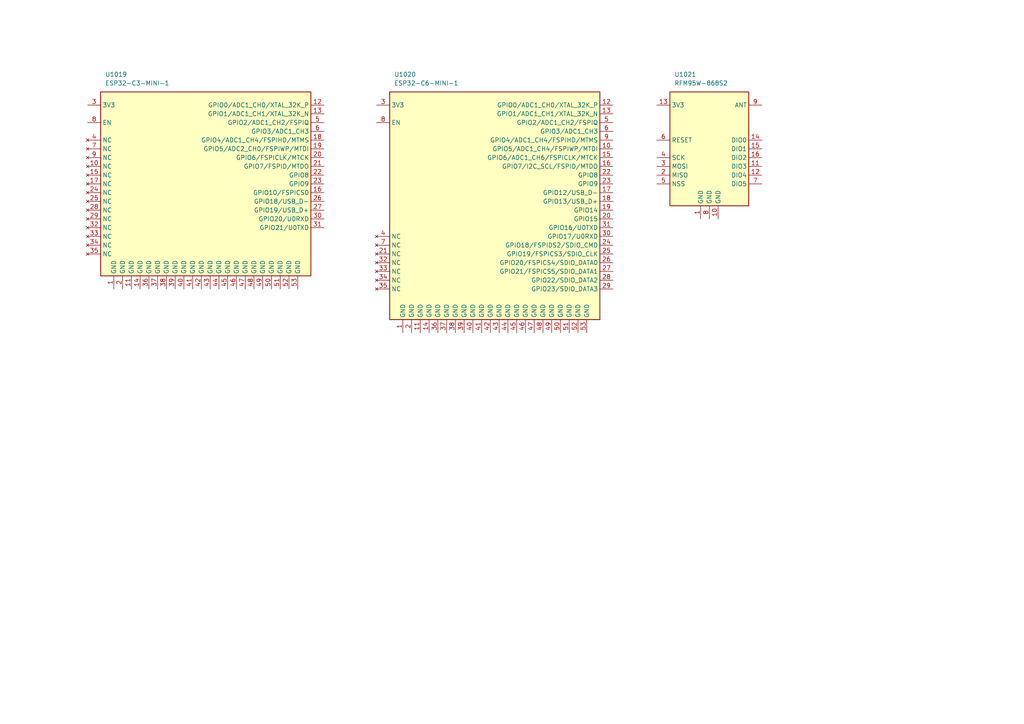
<source format=kicad_sch>
(kicad_sch
	(version 20250114)
	(generator "eeschema")
	(generator_version "9.0")
	(uuid "ca463dc7-6f06-4266-84e3-f0a91587dee8")
	(paper "A4")
	(title_block
		(title "Integrated circuits")
		(date "2026-01-10")
		(rev "1")
		(comment 1 "-")
		(comment 2 "-")
	)
	(lib_symbols
		(symbol "lily_symbols:ic_module_ESP32-C3-MINI-1"
			(exclude_from_sim no)
			(in_bom yes)
			(on_board yes)
			(property "Reference" "U"
				(at 5.08 8.89 0)
				(effects
					(font
						(size 1.27 1.27)
					)
					(justify left)
				)
			)
			(property "Value" "ESP32-C3-MINI-1"
				(at 5.08 6.35 0)
				(effects
					(font
						(size 1.27 1.27)
					)
					(justify left)
				)
			)
			(property "Footprint" "lily_footprints:esp32_c3_mini_1"
				(at 33.02 -71.12 0)
				(effects
					(font
						(size 1.27 1.27)
					)
					(hide yes)
				)
			)
			(property "Datasheet" "https://lilytronics.github.io/lily_kicad_lib/datasheets/espressif/ESP32-C3-MINI-1.pdf"
				(at 33.02 -83.82 0)
				(effects
					(font
						(size 1.27 1.27)
					)
					(hide yes)
				)
			)
			(property "Description" ""
				(at 0 0 0)
				(effects
					(font
						(size 1.27 1.27)
					)
					(hide yes)
				)
			)
			(property "Revision" "1"
				(at 33.02 -66.04 0)
				(effects
					(font
						(size 1.27 1.27)
					)
					(hide yes)
				)
			)
			(property "Status" "Active"
				(at 33.02 -68.58 0)
				(effects
					(font
						(size 1.27 1.27)
					)
					(hide yes)
				)
			)
			(property "Manufacturer" "Espressif"
				(at 33.02 -73.66 0)
				(effects
					(font
						(size 1.27 1.27)
					)
					(hide yes)
				)
			)
			(property "Manufacturer_ID" "ESP32-C3-MINI-1-N4X"
				(at 33.02 -76.2 0)
				(effects
					(font
						(size 1.27 1.27)
					)
					(hide yes)
				)
			)
			(property "Lily_ID" "NO_ID"
				(at 33.02 -78.74 0)
				(effects
					(font
						(size 1.27 1.27)
					)
					(hide yes)
				)
			)
			(property "JLCPCB_ID" "C2838502"
				(at 33.02 -81.28 0)
				(effects
					(font
						(size 1.27 1.27)
					)
					(hide yes)
				)
			)
			(symbol "ic_module_ESP32-C3-MINI-1_0_1"
				(rectangle
					(start 3.81 3.81)
					(end 64.77 -49.53)
					(stroke
						(width 0.254)
						(type default)
					)
					(fill
						(type background)
					)
				)
			)
			(symbol "ic_module_ESP32-C3-MINI-1_1_1"
				(pin power_in line
					(at 0 0 0)
					(length 3.81)
					(name "3V3"
						(effects
							(font
								(size 1.27 1.27)
							)
						)
					)
					(number "3"
						(effects
							(font
								(size 1.27 1.27)
							)
						)
					)
				)
				(pin input line
					(at 0 -5.08 0)
					(length 3.81)
					(name "EN"
						(effects
							(font
								(size 1.27 1.27)
							)
						)
					)
					(number "8"
						(effects
							(font
								(size 1.27 1.27)
							)
						)
					)
				)
				(pin no_connect line
					(at 0 -10.16 0)
					(length 3.81)
					(name "NC"
						(effects
							(font
								(size 1.27 1.27)
							)
						)
					)
					(number "4"
						(effects
							(font
								(size 1.27 1.27)
							)
						)
					)
				)
				(pin no_connect line
					(at 0 -12.7 0)
					(length 3.81)
					(name "NC"
						(effects
							(font
								(size 1.27 1.27)
							)
						)
					)
					(number "7"
						(effects
							(font
								(size 1.27 1.27)
							)
						)
					)
				)
				(pin no_connect line
					(at 0 -15.24 0)
					(length 3.81)
					(name "NC"
						(effects
							(font
								(size 1.27 1.27)
							)
						)
					)
					(number "9"
						(effects
							(font
								(size 1.27 1.27)
							)
						)
					)
				)
				(pin no_connect line
					(at 0 -17.78 0)
					(length 3.81)
					(name "NC"
						(effects
							(font
								(size 1.27 1.27)
							)
						)
					)
					(number "10"
						(effects
							(font
								(size 1.27 1.27)
							)
						)
					)
				)
				(pin no_connect line
					(at 0 -20.32 0)
					(length 3.81)
					(name "NC"
						(effects
							(font
								(size 1.27 1.27)
							)
						)
					)
					(number "15"
						(effects
							(font
								(size 1.27 1.27)
							)
						)
					)
				)
				(pin no_connect line
					(at 0 -22.86 0)
					(length 3.81)
					(name "NC"
						(effects
							(font
								(size 1.27 1.27)
							)
						)
					)
					(number "17"
						(effects
							(font
								(size 1.27 1.27)
							)
						)
					)
				)
				(pin no_connect line
					(at 0 -25.4 0)
					(length 3.81)
					(name "NC"
						(effects
							(font
								(size 1.27 1.27)
							)
						)
					)
					(number "24"
						(effects
							(font
								(size 1.27 1.27)
							)
						)
					)
				)
				(pin no_connect line
					(at 0 -27.94 0)
					(length 3.81)
					(name "NC"
						(effects
							(font
								(size 1.27 1.27)
							)
						)
					)
					(number "25"
						(effects
							(font
								(size 1.27 1.27)
							)
						)
					)
				)
				(pin no_connect line
					(at 0 -30.48 0)
					(length 3.81)
					(name "NC"
						(effects
							(font
								(size 1.27 1.27)
							)
						)
					)
					(number "28"
						(effects
							(font
								(size 1.27 1.27)
							)
						)
					)
				)
				(pin no_connect line
					(at 0 -33.02 0)
					(length 3.81)
					(name "NC"
						(effects
							(font
								(size 1.27 1.27)
							)
						)
					)
					(number "29"
						(effects
							(font
								(size 1.27 1.27)
							)
						)
					)
				)
				(pin no_connect line
					(at 0 -35.56 0)
					(length 3.81)
					(name "NC"
						(effects
							(font
								(size 1.27 1.27)
							)
						)
					)
					(number "32"
						(effects
							(font
								(size 1.27 1.27)
							)
						)
					)
				)
				(pin no_connect line
					(at 0 -38.1 0)
					(length 3.81)
					(name "NC"
						(effects
							(font
								(size 1.27 1.27)
							)
						)
					)
					(number "33"
						(effects
							(font
								(size 1.27 1.27)
							)
						)
					)
				)
				(pin no_connect line
					(at 0 -40.64 0)
					(length 3.81)
					(name "NC"
						(effects
							(font
								(size 1.27 1.27)
							)
						)
					)
					(number "34"
						(effects
							(font
								(size 1.27 1.27)
							)
						)
					)
				)
				(pin no_connect line
					(at 0 -43.18 0)
					(length 3.81)
					(name "NC"
						(effects
							(font
								(size 1.27 1.27)
							)
						)
					)
					(number "35"
						(effects
							(font
								(size 1.27 1.27)
							)
						)
					)
				)
				(pin power_in line
					(at 7.62 -53.34 90)
					(length 3.81)
					(name "GND"
						(effects
							(font
								(size 1.27 1.27)
							)
						)
					)
					(number "1"
						(effects
							(font
								(size 1.27 1.27)
							)
						)
					)
				)
				(pin power_in line
					(at 10.16 -53.34 90)
					(length 3.81)
					(name "GND"
						(effects
							(font
								(size 1.27 1.27)
							)
						)
					)
					(number "2"
						(effects
							(font
								(size 1.27 1.27)
							)
						)
					)
				)
				(pin power_in line
					(at 12.7 -53.34 90)
					(length 3.81)
					(name "GND"
						(effects
							(font
								(size 1.27 1.27)
							)
						)
					)
					(number "11"
						(effects
							(font
								(size 1.27 1.27)
							)
						)
					)
				)
				(pin power_in line
					(at 15.24 -53.34 90)
					(length 3.81)
					(name "GND"
						(effects
							(font
								(size 1.27 1.27)
							)
						)
					)
					(number "14"
						(effects
							(font
								(size 1.27 1.27)
							)
						)
					)
				)
				(pin power_in line
					(at 17.78 -53.34 90)
					(length 3.81)
					(name "GND"
						(effects
							(font
								(size 1.27 1.27)
							)
						)
					)
					(number "36"
						(effects
							(font
								(size 1.27 1.27)
							)
						)
					)
				)
				(pin power_in line
					(at 20.32 -53.34 90)
					(length 3.81)
					(name "GND"
						(effects
							(font
								(size 1.27 1.27)
							)
						)
					)
					(number "37"
						(effects
							(font
								(size 1.27 1.27)
							)
						)
					)
				)
				(pin power_in line
					(at 22.86 -53.34 90)
					(length 3.81)
					(name "GND"
						(effects
							(font
								(size 1.27 1.27)
							)
						)
					)
					(number "38"
						(effects
							(font
								(size 1.27 1.27)
							)
						)
					)
				)
				(pin power_in line
					(at 25.4 -53.34 90)
					(length 3.81)
					(name "GND"
						(effects
							(font
								(size 1.27 1.27)
							)
						)
					)
					(number "39"
						(effects
							(font
								(size 1.27 1.27)
							)
						)
					)
				)
				(pin power_in line
					(at 27.94 -53.34 90)
					(length 3.81)
					(name "GND"
						(effects
							(font
								(size 1.27 1.27)
							)
						)
					)
					(number "40"
						(effects
							(font
								(size 1.27 1.27)
							)
						)
					)
				)
				(pin power_in line
					(at 30.48 -53.34 90)
					(length 3.81)
					(name "GND"
						(effects
							(font
								(size 1.27 1.27)
							)
						)
					)
					(number "41"
						(effects
							(font
								(size 1.27 1.27)
							)
						)
					)
				)
				(pin power_in line
					(at 33.02 -53.34 90)
					(length 3.81)
					(name "GND"
						(effects
							(font
								(size 1.27 1.27)
							)
						)
					)
					(number "42"
						(effects
							(font
								(size 1.27 1.27)
							)
						)
					)
				)
				(pin power_in line
					(at 35.56 -53.34 90)
					(length 3.81)
					(name "GND"
						(effects
							(font
								(size 1.27 1.27)
							)
						)
					)
					(number "43"
						(effects
							(font
								(size 1.27 1.27)
							)
						)
					)
				)
				(pin power_in line
					(at 38.1 -53.34 90)
					(length 3.81)
					(name "GND"
						(effects
							(font
								(size 1.27 1.27)
							)
						)
					)
					(number "44"
						(effects
							(font
								(size 1.27 1.27)
							)
						)
					)
				)
				(pin power_in line
					(at 40.64 -53.34 90)
					(length 3.81)
					(name "GND"
						(effects
							(font
								(size 1.27 1.27)
							)
						)
					)
					(number "45"
						(effects
							(font
								(size 1.27 1.27)
							)
						)
					)
				)
				(pin power_in line
					(at 43.18 -53.34 90)
					(length 3.81)
					(name "GND"
						(effects
							(font
								(size 1.27 1.27)
							)
						)
					)
					(number "46"
						(effects
							(font
								(size 1.27 1.27)
							)
						)
					)
				)
				(pin power_in line
					(at 45.72 -53.34 90)
					(length 3.81)
					(name "GND"
						(effects
							(font
								(size 1.27 1.27)
							)
						)
					)
					(number "47"
						(effects
							(font
								(size 1.27 1.27)
							)
						)
					)
				)
				(pin power_in line
					(at 48.26 -53.34 90)
					(length 3.81)
					(name "GND"
						(effects
							(font
								(size 1.27 1.27)
							)
						)
					)
					(number "48"
						(effects
							(font
								(size 1.27 1.27)
							)
						)
					)
				)
				(pin power_in line
					(at 50.8 -53.34 90)
					(length 3.81)
					(name "GND"
						(effects
							(font
								(size 1.27 1.27)
							)
						)
					)
					(number "49"
						(effects
							(font
								(size 1.27 1.27)
							)
						)
					)
				)
				(pin power_in line
					(at 53.34 -53.34 90)
					(length 3.81)
					(name "GND"
						(effects
							(font
								(size 1.27 1.27)
							)
						)
					)
					(number "50"
						(effects
							(font
								(size 1.27 1.27)
							)
						)
					)
				)
				(pin power_in line
					(at 55.88 -53.34 90)
					(length 3.81)
					(name "GND"
						(effects
							(font
								(size 1.27 1.27)
							)
						)
					)
					(number "51"
						(effects
							(font
								(size 1.27 1.27)
							)
						)
					)
				)
				(pin power_in line
					(at 58.42 -53.34 90)
					(length 3.81)
					(name "GND"
						(effects
							(font
								(size 1.27 1.27)
							)
						)
					)
					(number "52"
						(effects
							(font
								(size 1.27 1.27)
							)
						)
					)
				)
				(pin power_in line
					(at 60.96 -53.34 90)
					(length 3.81)
					(name "GND"
						(effects
							(font
								(size 1.27 1.27)
							)
						)
					)
					(number "53"
						(effects
							(font
								(size 1.27 1.27)
							)
						)
					)
				)
				(pin bidirectional line
					(at 68.58 0 180)
					(length 3.81)
					(name "GPIO0/ADC1_CH0/XTAL_32K_P"
						(effects
							(font
								(size 1.27 1.27)
							)
						)
					)
					(number "12"
						(effects
							(font
								(size 1.27 1.27)
							)
						)
					)
				)
				(pin bidirectional line
					(at 68.58 -2.54 180)
					(length 3.81)
					(name "GPIO1/ADC1_CH1/XTAL_32K_N"
						(effects
							(font
								(size 1.27 1.27)
							)
						)
					)
					(number "13"
						(effects
							(font
								(size 1.27 1.27)
							)
						)
					)
				)
				(pin bidirectional line
					(at 68.58 -5.08 180)
					(length 3.81)
					(name "GPIO2/ADC1_CH2/FSPIQ"
						(effects
							(font
								(size 1.27 1.27)
							)
						)
					)
					(number "5"
						(effects
							(font
								(size 1.27 1.27)
							)
						)
					)
				)
				(pin bidirectional line
					(at 68.58 -7.62 180)
					(length 3.81)
					(name "GPIO3/ADC1_CH3"
						(effects
							(font
								(size 1.27 1.27)
							)
						)
					)
					(number "6"
						(effects
							(font
								(size 1.27 1.27)
							)
						)
					)
				)
				(pin bidirectional line
					(at 68.58 -10.16 180)
					(length 3.81)
					(name "GPIO4/ADC1_CH4/FSPIHD/MTMS"
						(effects
							(font
								(size 1.27 1.27)
							)
						)
					)
					(number "18"
						(effects
							(font
								(size 1.27 1.27)
							)
						)
					)
				)
				(pin bidirectional line
					(at 68.58 -12.7 180)
					(length 3.81)
					(name "GPIO5/ADC2_CH0/FSPIWP/MTDI"
						(effects
							(font
								(size 1.27 1.27)
							)
						)
					)
					(number "19"
						(effects
							(font
								(size 1.27 1.27)
							)
						)
					)
				)
				(pin bidirectional line
					(at 68.58 -15.24 180)
					(length 3.81)
					(name "GPIO6/FSPICLK/MTCK"
						(effects
							(font
								(size 1.27 1.27)
							)
						)
					)
					(number "20"
						(effects
							(font
								(size 1.27 1.27)
							)
						)
					)
				)
				(pin bidirectional line
					(at 68.58 -17.78 180)
					(length 3.81)
					(name "GPIO7/FSPID/MTDO"
						(effects
							(font
								(size 1.27 1.27)
							)
						)
					)
					(number "21"
						(effects
							(font
								(size 1.27 1.27)
							)
						)
					)
				)
				(pin bidirectional line
					(at 68.58 -20.32 180)
					(length 3.81)
					(name "GPIO8"
						(effects
							(font
								(size 1.27 1.27)
							)
						)
					)
					(number "22"
						(effects
							(font
								(size 1.27 1.27)
							)
						)
					)
				)
				(pin bidirectional line
					(at 68.58 -22.86 180)
					(length 3.81)
					(name "GPIO9"
						(effects
							(font
								(size 1.27 1.27)
							)
						)
					)
					(number "23"
						(effects
							(font
								(size 1.27 1.27)
							)
						)
					)
				)
				(pin bidirectional line
					(at 68.58 -25.4 180)
					(length 3.81)
					(name "GPIO10/FSPICS0"
						(effects
							(font
								(size 1.27 1.27)
							)
						)
					)
					(number "16"
						(effects
							(font
								(size 1.27 1.27)
							)
						)
					)
				)
				(pin bidirectional line
					(at 68.58 -27.94 180)
					(length 3.81)
					(name "GPIO18/USB_D-"
						(effects
							(font
								(size 1.27 1.27)
							)
						)
					)
					(number "26"
						(effects
							(font
								(size 1.27 1.27)
							)
						)
					)
				)
				(pin bidirectional line
					(at 68.58 -30.48 180)
					(length 3.81)
					(name "GPIO19/USB_D+"
						(effects
							(font
								(size 1.27 1.27)
							)
						)
					)
					(number "27"
						(effects
							(font
								(size 1.27 1.27)
							)
						)
					)
				)
				(pin bidirectional line
					(at 68.58 -33.02 180)
					(length 3.81)
					(name "GPIO20/U0RXD"
						(effects
							(font
								(size 1.27 1.27)
							)
						)
					)
					(number "30"
						(effects
							(font
								(size 1.27 1.27)
							)
						)
					)
				)
				(pin bidirectional line
					(at 68.58 -35.56 180)
					(length 3.81)
					(name "GPIO21/U0TXD"
						(effects
							(font
								(size 1.27 1.27)
							)
						)
					)
					(number "31"
						(effects
							(font
								(size 1.27 1.27)
							)
						)
					)
				)
			)
			(embedded_fonts no)
		)
		(symbol "lily_symbols:ic_module_ESP32-C6-MINI-1"
			(exclude_from_sim no)
			(in_bom yes)
			(on_board yes)
			(property "Reference" "U"
				(at 5.08 8.89 0)
				(effects
					(font
						(size 1.27 1.27)
					)
					(justify left)
				)
			)
			(property "Value" "ESP32-C6-MINI-1"
				(at 5.08 6.35 0)
				(effects
					(font
						(size 1.27 1.27)
					)
					(justify left)
				)
			)
			(property "Footprint" "lily_footprints:esp32_c3_mini_1"
				(at 33.02 -71.12 0)
				(effects
					(font
						(size 1.27 1.27)
					)
					(hide yes)
				)
			)
			(property "Datasheet" "https://lilytronics.github.io/lily_kicad_lib/datasheets/espressif/ESP32-C6-MINI-1.pdf"
				(at 33.02 -83.82 0)
				(effects
					(font
						(size 1.27 1.27)
					)
					(hide yes)
				)
			)
			(property "Description" ""
				(at 0 0 0)
				(effects
					(font
						(size 1.27 1.27)
					)
					(hide yes)
				)
			)
			(property "Revision" "1"
				(at 33.02 -66.04 0)
				(effects
					(font
						(size 1.27 1.27)
					)
					(hide yes)
				)
			)
			(property "Status" "Active"
				(at 33.02 -68.58 0)
				(effects
					(font
						(size 1.27 1.27)
					)
					(hide yes)
				)
			)
			(property "Manufacturer" "Espressif"
				(at 33.02 -73.66 0)
				(effects
					(font
						(size 1.27 1.27)
					)
					(hide yes)
				)
			)
			(property "Manufacturer_ID" "ESP32-C6-MINI-1-N4"
				(at 33.02 -76.2 0)
				(effects
					(font
						(size 1.27 1.27)
					)
					(hide yes)
				)
			)
			(property "Lily_ID" "NO_ID"
				(at 33.02 -78.74 0)
				(effects
					(font
						(size 1.27 1.27)
					)
					(hide yes)
				)
			)
			(property "JLCPCB_ID" "C5736265"
				(at 33.02 -81.28 0)
				(effects
					(font
						(size 1.27 1.27)
					)
					(hide yes)
				)
			)
			(symbol "ic_module_ESP32-C6-MINI-1_0_1"
				(rectangle
					(start 3.81 3.81)
					(end 64.77 -62.23)
					(stroke
						(width 0.254)
						(type default)
					)
					(fill
						(type background)
					)
				)
			)
			(symbol "ic_module_ESP32-C6-MINI-1_1_1"
				(pin power_in line
					(at 0 0 0)
					(length 3.81)
					(name "3V3"
						(effects
							(font
								(size 1.27 1.27)
							)
						)
					)
					(number "3"
						(effects
							(font
								(size 1.27 1.27)
							)
						)
					)
				)
				(pin input line
					(at 0 -5.08 0)
					(length 3.81)
					(name "EN"
						(effects
							(font
								(size 1.27 1.27)
							)
						)
					)
					(number "8"
						(effects
							(font
								(size 1.27 1.27)
							)
						)
					)
				)
				(pin no_connect line
					(at 0 -38.1 0)
					(length 3.81)
					(name "NC"
						(effects
							(font
								(size 1.27 1.27)
							)
						)
					)
					(number "4"
						(effects
							(font
								(size 1.27 1.27)
							)
						)
					)
				)
				(pin no_connect line
					(at 0 -40.64 0)
					(length 3.81)
					(name "NC"
						(effects
							(font
								(size 1.27 1.27)
							)
						)
					)
					(number "7"
						(effects
							(font
								(size 1.27 1.27)
							)
						)
					)
				)
				(pin no_connect line
					(at 0 -43.18 0)
					(length 3.81)
					(name "NC"
						(effects
							(font
								(size 1.27 1.27)
							)
						)
					)
					(number "21"
						(effects
							(font
								(size 1.27 1.27)
							)
						)
					)
				)
				(pin no_connect line
					(at 0 -45.72 0)
					(length 3.81)
					(name "NC"
						(effects
							(font
								(size 1.27 1.27)
							)
						)
					)
					(number "32"
						(effects
							(font
								(size 1.27 1.27)
							)
						)
					)
				)
				(pin no_connect line
					(at 0 -48.26 0)
					(length 3.81)
					(name "NC"
						(effects
							(font
								(size 1.27 1.27)
							)
						)
					)
					(number "33"
						(effects
							(font
								(size 1.27 1.27)
							)
						)
					)
				)
				(pin no_connect line
					(at 0 -50.8 0)
					(length 3.81)
					(name "NC"
						(effects
							(font
								(size 1.27 1.27)
							)
						)
					)
					(number "34"
						(effects
							(font
								(size 1.27 1.27)
							)
						)
					)
				)
				(pin no_connect line
					(at 0 -53.34 0)
					(length 3.81)
					(name "NC"
						(effects
							(font
								(size 1.27 1.27)
							)
						)
					)
					(number "35"
						(effects
							(font
								(size 1.27 1.27)
							)
						)
					)
				)
				(pin power_in line
					(at 7.62 -66.04 90)
					(length 3.81)
					(name "GND"
						(effects
							(font
								(size 1.27 1.27)
							)
						)
					)
					(number "1"
						(effects
							(font
								(size 1.27 1.27)
							)
						)
					)
				)
				(pin power_in line
					(at 10.16 -66.04 90)
					(length 3.81)
					(name "GND"
						(effects
							(font
								(size 1.27 1.27)
							)
						)
					)
					(number "2"
						(effects
							(font
								(size 1.27 1.27)
							)
						)
					)
				)
				(pin power_in line
					(at 12.7 -66.04 90)
					(length 3.81)
					(name "GND"
						(effects
							(font
								(size 1.27 1.27)
							)
						)
					)
					(number "11"
						(effects
							(font
								(size 1.27 1.27)
							)
						)
					)
				)
				(pin power_in line
					(at 15.24 -66.04 90)
					(length 3.81)
					(name "GND"
						(effects
							(font
								(size 1.27 1.27)
							)
						)
					)
					(number "14"
						(effects
							(font
								(size 1.27 1.27)
							)
						)
					)
				)
				(pin power_in line
					(at 17.78 -66.04 90)
					(length 3.81)
					(name "GND"
						(effects
							(font
								(size 1.27 1.27)
							)
						)
					)
					(number "36"
						(effects
							(font
								(size 1.27 1.27)
							)
						)
					)
				)
				(pin power_in line
					(at 20.32 -66.04 90)
					(length 3.81)
					(name "GND"
						(effects
							(font
								(size 1.27 1.27)
							)
						)
					)
					(number "37"
						(effects
							(font
								(size 1.27 1.27)
							)
						)
					)
				)
				(pin power_in line
					(at 22.86 -66.04 90)
					(length 3.81)
					(name "GND"
						(effects
							(font
								(size 1.27 1.27)
							)
						)
					)
					(number "38"
						(effects
							(font
								(size 1.27 1.27)
							)
						)
					)
				)
				(pin power_in line
					(at 25.4 -66.04 90)
					(length 3.81)
					(name "GND"
						(effects
							(font
								(size 1.27 1.27)
							)
						)
					)
					(number "39"
						(effects
							(font
								(size 1.27 1.27)
							)
						)
					)
				)
				(pin power_in line
					(at 27.94 -66.04 90)
					(length 3.81)
					(name "GND"
						(effects
							(font
								(size 1.27 1.27)
							)
						)
					)
					(number "40"
						(effects
							(font
								(size 1.27 1.27)
							)
						)
					)
				)
				(pin power_in line
					(at 30.48 -66.04 90)
					(length 3.81)
					(name "GND"
						(effects
							(font
								(size 1.27 1.27)
							)
						)
					)
					(number "41"
						(effects
							(font
								(size 1.27 1.27)
							)
						)
					)
				)
				(pin power_in line
					(at 33.02 -66.04 90)
					(length 3.81)
					(name "GND"
						(effects
							(font
								(size 1.27 1.27)
							)
						)
					)
					(number "42"
						(effects
							(font
								(size 1.27 1.27)
							)
						)
					)
				)
				(pin power_in line
					(at 35.56 -66.04 90)
					(length 3.81)
					(name "GND"
						(effects
							(font
								(size 1.27 1.27)
							)
						)
					)
					(number "43"
						(effects
							(font
								(size 1.27 1.27)
							)
						)
					)
				)
				(pin power_in line
					(at 38.1 -66.04 90)
					(length 3.81)
					(name "GND"
						(effects
							(font
								(size 1.27 1.27)
							)
						)
					)
					(number "44"
						(effects
							(font
								(size 1.27 1.27)
							)
						)
					)
				)
				(pin power_in line
					(at 40.64 -66.04 90)
					(length 3.81)
					(name "GND"
						(effects
							(font
								(size 1.27 1.27)
							)
						)
					)
					(number "45"
						(effects
							(font
								(size 1.27 1.27)
							)
						)
					)
				)
				(pin power_in line
					(at 43.18 -66.04 90)
					(length 3.81)
					(name "GND"
						(effects
							(font
								(size 1.27 1.27)
							)
						)
					)
					(number "46"
						(effects
							(font
								(size 1.27 1.27)
							)
						)
					)
				)
				(pin power_in line
					(at 45.72 -66.04 90)
					(length 3.81)
					(name "GND"
						(effects
							(font
								(size 1.27 1.27)
							)
						)
					)
					(number "47"
						(effects
							(font
								(size 1.27 1.27)
							)
						)
					)
				)
				(pin power_in line
					(at 48.26 -66.04 90)
					(length 3.81)
					(name "GND"
						(effects
							(font
								(size 1.27 1.27)
							)
						)
					)
					(number "48"
						(effects
							(font
								(size 1.27 1.27)
							)
						)
					)
				)
				(pin power_in line
					(at 50.8 -66.04 90)
					(length 3.81)
					(name "GND"
						(effects
							(font
								(size 1.27 1.27)
							)
						)
					)
					(number "49"
						(effects
							(font
								(size 1.27 1.27)
							)
						)
					)
				)
				(pin power_in line
					(at 53.34 -66.04 90)
					(length 3.81)
					(name "GND"
						(effects
							(font
								(size 1.27 1.27)
							)
						)
					)
					(number "50"
						(effects
							(font
								(size 1.27 1.27)
							)
						)
					)
				)
				(pin power_in line
					(at 55.88 -66.04 90)
					(length 3.81)
					(name "GND"
						(effects
							(font
								(size 1.27 1.27)
							)
						)
					)
					(number "51"
						(effects
							(font
								(size 1.27 1.27)
							)
						)
					)
				)
				(pin power_in line
					(at 58.42 -66.04 90)
					(length 3.81)
					(name "GND"
						(effects
							(font
								(size 1.27 1.27)
							)
						)
					)
					(number "52"
						(effects
							(font
								(size 1.27 1.27)
							)
						)
					)
				)
				(pin power_in line
					(at 60.96 -66.04 90)
					(length 3.81)
					(name "GND"
						(effects
							(font
								(size 1.27 1.27)
							)
						)
					)
					(number "53"
						(effects
							(font
								(size 1.27 1.27)
							)
						)
					)
				)
				(pin bidirectional line
					(at 68.58 0 180)
					(length 3.81)
					(name "GPIO0/ADC1_CH0/XTAL_32K_P"
						(effects
							(font
								(size 1.27 1.27)
							)
						)
					)
					(number "12"
						(effects
							(font
								(size 1.27 1.27)
							)
						)
					)
				)
				(pin bidirectional line
					(at 68.58 -2.54 180)
					(length 3.81)
					(name "GPIO1/ADC1_CH1/XTAL_32K_N"
						(effects
							(font
								(size 1.27 1.27)
							)
						)
					)
					(number "13"
						(effects
							(font
								(size 1.27 1.27)
							)
						)
					)
				)
				(pin bidirectional line
					(at 68.58 -5.08 180)
					(length 3.81)
					(name "GPIO2/ADC1_CH2/FSPIQ"
						(effects
							(font
								(size 1.27 1.27)
							)
						)
					)
					(number "5"
						(effects
							(font
								(size 1.27 1.27)
							)
						)
					)
				)
				(pin bidirectional line
					(at 68.58 -7.62 180)
					(length 3.81)
					(name "GPIO3/ADC1_CH3"
						(effects
							(font
								(size 1.27 1.27)
							)
						)
					)
					(number "6"
						(effects
							(font
								(size 1.27 1.27)
							)
						)
					)
				)
				(pin bidirectional line
					(at 68.58 -10.16 180)
					(length 3.81)
					(name "GPIO4/ADC1_CH4/FSPIHD/MTMS"
						(effects
							(font
								(size 1.27 1.27)
							)
						)
					)
					(number "9"
						(effects
							(font
								(size 1.27 1.27)
							)
						)
					)
				)
				(pin bidirectional line
					(at 68.58 -12.7 180)
					(length 3.81)
					(name "GPIO5/ADC1_CH4/FSPIWP/MTDI"
						(effects
							(font
								(size 1.27 1.27)
							)
						)
					)
					(number "10"
						(effects
							(font
								(size 1.27 1.27)
							)
						)
					)
				)
				(pin bidirectional line
					(at 68.58 -15.24 180)
					(length 3.81)
					(name "GPIO6/ADC1_CH6/FSPICLK/MTCK"
						(effects
							(font
								(size 1.27 1.27)
							)
						)
					)
					(number "15"
						(effects
							(font
								(size 1.27 1.27)
							)
						)
					)
				)
				(pin bidirectional line
					(at 68.58 -17.78 180)
					(length 3.81)
					(name "GPIO7/I2C_SCL/FSPID/MTDO"
						(effects
							(font
								(size 1.27 1.27)
							)
						)
					)
					(number "16"
						(effects
							(font
								(size 1.27 1.27)
							)
						)
					)
				)
				(pin bidirectional line
					(at 68.58 -20.32 180)
					(length 3.81)
					(name "GPIO8"
						(effects
							(font
								(size 1.27 1.27)
							)
						)
					)
					(number "22"
						(effects
							(font
								(size 1.27 1.27)
							)
						)
					)
				)
				(pin bidirectional line
					(at 68.58 -22.86 180)
					(length 3.81)
					(name "GPIO9"
						(effects
							(font
								(size 1.27 1.27)
							)
						)
					)
					(number "23"
						(effects
							(font
								(size 1.27 1.27)
							)
						)
					)
				)
				(pin bidirectional line
					(at 68.58 -25.4 180)
					(length 3.81)
					(name "GPIO12/USB_D-"
						(effects
							(font
								(size 1.27 1.27)
							)
						)
					)
					(number "17"
						(effects
							(font
								(size 1.27 1.27)
							)
						)
					)
				)
				(pin bidirectional line
					(at 68.58 -27.94 180)
					(length 3.81)
					(name "GPIO13/USB_D+"
						(effects
							(font
								(size 1.27 1.27)
							)
						)
					)
					(number "18"
						(effects
							(font
								(size 1.27 1.27)
							)
						)
					)
				)
				(pin bidirectional line
					(at 68.58 -30.48 180)
					(length 3.81)
					(name "GPIO14"
						(effects
							(font
								(size 1.27 1.27)
							)
						)
					)
					(number "19"
						(effects
							(font
								(size 1.27 1.27)
							)
						)
					)
				)
				(pin bidirectional line
					(at 68.58 -33.02 180)
					(length 3.81)
					(name "GPIO15"
						(effects
							(font
								(size 1.27 1.27)
							)
						)
					)
					(number "20"
						(effects
							(font
								(size 1.27 1.27)
							)
						)
					)
				)
				(pin bidirectional line
					(at 68.58 -35.56 180)
					(length 3.81)
					(name "GPIO16/U0TXD"
						(effects
							(font
								(size 1.27 1.27)
							)
						)
					)
					(number "31"
						(effects
							(font
								(size 1.27 1.27)
							)
						)
					)
				)
				(pin bidirectional line
					(at 68.58 -38.1 180)
					(length 3.81)
					(name "GPIO17/U0RXD"
						(effects
							(font
								(size 1.27 1.27)
							)
						)
					)
					(number "30"
						(effects
							(font
								(size 1.27 1.27)
							)
						)
					)
				)
				(pin bidirectional line
					(at 68.58 -40.64 180)
					(length 3.81)
					(name "GPIO18/FSPIDS2/SDIO_CMD"
						(effects
							(font
								(size 1.27 1.27)
							)
						)
					)
					(number "24"
						(effects
							(font
								(size 1.27 1.27)
							)
						)
					)
				)
				(pin bidirectional line
					(at 68.58 -43.18 180)
					(length 3.81)
					(name "GPIO19/FSPICS3/SDIO_CLK"
						(effects
							(font
								(size 1.27 1.27)
							)
						)
					)
					(number "25"
						(effects
							(font
								(size 1.27 1.27)
							)
						)
					)
				)
				(pin bidirectional line
					(at 68.58 -45.72 180)
					(length 3.81)
					(name "GPIO20/FSPICS4/SDIO_DATA0"
						(effects
							(font
								(size 1.27 1.27)
							)
						)
					)
					(number "26"
						(effects
							(font
								(size 1.27 1.27)
							)
						)
					)
				)
				(pin bidirectional line
					(at 68.58 -48.26 180)
					(length 3.81)
					(name "GPIO21/FSPICS5/SDIO_DATA1"
						(effects
							(font
								(size 1.27 1.27)
							)
						)
					)
					(number "27"
						(effects
							(font
								(size 1.27 1.27)
							)
						)
					)
				)
				(pin bidirectional line
					(at 68.58 -50.8 180)
					(length 3.81)
					(name "GPIO22/SDIO_DATA2"
						(effects
							(font
								(size 1.27 1.27)
							)
						)
					)
					(number "28"
						(effects
							(font
								(size 1.27 1.27)
							)
						)
					)
				)
				(pin bidirectional line
					(at 68.58 -53.34 180)
					(length 3.81)
					(name "GPIO23/SDIO_DATA3"
						(effects
							(font
								(size 1.27 1.27)
							)
						)
					)
					(number "29"
						(effects
							(font
								(size 1.27 1.27)
							)
						)
					)
				)
			)
			(embedded_fonts no)
		)
		(symbol "lily_symbols:ic_module_RFM95W-868S2"
			(exclude_from_sim no)
			(in_bom yes)
			(on_board yes)
			(property "Reference" "U"
				(at 5.08 8.89 0)
				(effects
					(font
						(size 1.27 1.27)
					)
					(justify left)
				)
			)
			(property "Value" "RFM95W-868S2"
				(at 5.08 6.35 0)
				(effects
					(font
						(size 1.27 1.27)
					)
					(justify left)
				)
			)
			(property "Footprint" "lily_footprints:rfm95w-868s2"
				(at 15.24 -50.8 0)
				(effects
					(font
						(size 1.27 1.27)
					)
					(hide yes)
				)
			)
			(property "Datasheet" "https://lilytronics.github.io/lily_kicad_lib/datasheets/hoperf/RFM95W.pdf"
				(at 15.24 -63.5 0)
				(effects
					(font
						(size 1.27 1.27)
					)
					(hide yes)
				)
			)
			(property "Description" ""
				(at 0 0 0)
				(effects
					(font
						(size 1.27 1.27)
					)
					(hide yes)
				)
			)
			(property "Revision" "1"
				(at 15.24 -45.72 0)
				(effects
					(font
						(size 1.27 1.27)
					)
					(hide yes)
				)
			)
			(property "Status" "Active"
				(at 15.24 -48.26 0)
				(effects
					(font
						(size 1.27 1.27)
					)
					(hide yes)
				)
			)
			(property "Manufacturer" "HopeRF"
				(at 15.24 -53.34 0)
				(effects
					(font
						(size 1.27 1.27)
					)
					(hide yes)
				)
			)
			(property "Manufacturer_ID" "RFM95W-868S2"
				(at 15.24 -55.88 0)
				(effects
					(font
						(size 1.27 1.27)
					)
					(hide yes)
				)
			)
			(property "Lily_ID" "NO_ID"
				(at 15.24 -58.42 0)
				(effects
					(font
						(size 1.27 1.27)
					)
					(hide yes)
				)
			)
			(property "JLCPCB_ID" "C7279189"
				(at 15.24 -60.96 0)
				(effects
					(font
						(size 1.27 1.27)
					)
					(hide yes)
				)
			)
			(symbol "ic_module_RFM95W-868S2_0_1"
				(rectangle
					(start 3.81 3.81)
					(end 26.67 -29.21)
					(stroke
						(width 0.254)
						(type default)
					)
					(fill
						(type background)
					)
				)
			)
			(symbol "ic_module_RFM95W-868S2_1_1"
				(pin power_in line
					(at 0 0 0)
					(length 3.81)
					(name "3V3"
						(effects
							(font
								(size 1.27 1.27)
							)
						)
					)
					(number "13"
						(effects
							(font
								(size 1.27 1.27)
							)
						)
					)
				)
				(pin input line
					(at 0 -10.16 0)
					(length 3.81)
					(name "RESET"
						(effects
							(font
								(size 1.27 1.27)
							)
						)
					)
					(number "6"
						(effects
							(font
								(size 1.27 1.27)
							)
						)
					)
				)
				(pin input line
					(at 0 -15.24 0)
					(length 3.81)
					(name "SCK"
						(effects
							(font
								(size 1.27 1.27)
							)
						)
					)
					(number "4"
						(effects
							(font
								(size 1.27 1.27)
							)
						)
					)
				)
				(pin input line
					(at 0 -17.78 0)
					(length 3.81)
					(name "MOSI"
						(effects
							(font
								(size 1.27 1.27)
							)
						)
					)
					(number "3"
						(effects
							(font
								(size 1.27 1.27)
							)
						)
					)
				)
				(pin output line
					(at 0 -20.32 0)
					(length 3.81)
					(name "MISO"
						(effects
							(font
								(size 1.27 1.27)
							)
						)
					)
					(number "2"
						(effects
							(font
								(size 1.27 1.27)
							)
						)
					)
				)
				(pin input line
					(at 0 -22.86 0)
					(length 3.81)
					(name "NSS"
						(effects
							(font
								(size 1.27 1.27)
							)
						)
					)
					(number "5"
						(effects
							(font
								(size 1.27 1.27)
							)
						)
					)
				)
				(pin power_in line
					(at 12.7 -33.02 90)
					(length 3.81)
					(name "GND"
						(effects
							(font
								(size 1.27 1.27)
							)
						)
					)
					(number "1"
						(effects
							(font
								(size 1.27 1.27)
							)
						)
					)
				)
				(pin power_in line
					(at 15.24 -33.02 90)
					(length 3.81)
					(name "GND"
						(effects
							(font
								(size 1.27 1.27)
							)
						)
					)
					(number "8"
						(effects
							(font
								(size 1.27 1.27)
							)
						)
					)
				)
				(pin power_in line
					(at 17.78 -33.02 90)
					(length 3.81)
					(name "GND"
						(effects
							(font
								(size 1.27 1.27)
							)
						)
					)
					(number "10"
						(effects
							(font
								(size 1.27 1.27)
							)
						)
					)
				)
				(pin bidirectional line
					(at 30.48 0 180)
					(length 3.81)
					(name "ANT"
						(effects
							(font
								(size 1.27 1.27)
							)
						)
					)
					(number "9"
						(effects
							(font
								(size 1.27 1.27)
							)
						)
					)
				)
				(pin bidirectional line
					(at 30.48 -10.16 180)
					(length 3.81)
					(name "DIO0"
						(effects
							(font
								(size 1.27 1.27)
							)
						)
					)
					(number "14"
						(effects
							(font
								(size 1.27 1.27)
							)
						)
					)
				)
				(pin bidirectional line
					(at 30.48 -12.7 180)
					(length 3.81)
					(name "DIO1"
						(effects
							(font
								(size 1.27 1.27)
							)
						)
					)
					(number "15"
						(effects
							(font
								(size 1.27 1.27)
							)
						)
					)
				)
				(pin bidirectional line
					(at 30.48 -15.24 180)
					(length 3.81)
					(name "DIO2"
						(effects
							(font
								(size 1.27 1.27)
							)
						)
					)
					(number "16"
						(effects
							(font
								(size 1.27 1.27)
							)
						)
					)
				)
				(pin bidirectional line
					(at 30.48 -17.78 180)
					(length 3.81)
					(name "DIO3"
						(effects
							(font
								(size 1.27 1.27)
							)
						)
					)
					(number "11"
						(effects
							(font
								(size 1.27 1.27)
							)
						)
					)
				)
				(pin bidirectional line
					(at 30.48 -20.32 180)
					(length 3.81)
					(name "DIO4"
						(effects
							(font
								(size 1.27 1.27)
							)
						)
					)
					(number "12"
						(effects
							(font
								(size 1.27 1.27)
							)
						)
					)
				)
				(pin bidirectional line
					(at 30.48 -22.86 180)
					(length 3.81)
					(name "DIO5"
						(effects
							(font
								(size 1.27 1.27)
							)
						)
					)
					(number "7"
						(effects
							(font
								(size 1.27 1.27)
							)
						)
					)
				)
			)
			(embedded_fonts no)
		)
	)
	(symbol
		(lib_id "lily_symbols:ic_module_RFM95W-868S2")
		(at 190.5 30.48 0)
		(unit 1)
		(exclude_from_sim no)
		(in_bom yes)
		(on_board yes)
		(dnp no)
		(uuid "20999650-99f3-4e47-825e-c7a1901c26a9")
		(property "Reference" "U1021"
			(at 195.58 21.59 0)
			(effects
				(font
					(size 1.27 1.27)
				)
				(justify left)
			)
		)
		(property "Value" "RFM95W-868S2"
			(at 195.58 24.13 0)
			(effects
				(font
					(size 1.27 1.27)
				)
				(justify left)
			)
		)
		(property "Footprint" "lily_footprints:rfm95w-868s2"
			(at 205.74 81.28 0)
			(effects
				(font
					(size 1.27 1.27)
				)
				(hide yes)
			)
		)
		(property "Datasheet" "https://lilytronics.github.io/lily_kicad_lib/datasheets/hoperf/RFM95W.pdf"
			(at 205.74 93.98 0)
			(effects
				(font
					(size 1.27 1.27)
				)
				(hide yes)
			)
		)
		(property "Description" ""
			(at 190.5 30.48 0)
			(effects
				(font
					(size 1.27 1.27)
				)
				(hide yes)
			)
		)
		(property "Revision" "1"
			(at 205.74 76.2 0)
			(effects
				(font
					(size 1.27 1.27)
				)
				(hide yes)
			)
		)
		(property "Status" "Active"
			(at 205.74 78.74 0)
			(effects
				(font
					(size 1.27 1.27)
				)
				(hide yes)
			)
		)
		(property "Manufacturer" "HopeRF"
			(at 205.74 83.82 0)
			(effects
				(font
					(size 1.27 1.27)
				)
				(hide yes)
			)
		)
		(property "Manufacturer_ID" "RFM95W-868S2"
			(at 205.74 86.36 0)
			(effects
				(font
					(size 1.27 1.27)
				)
				(hide yes)
			)
		)
		(property "Lily_ID" "NO_ID"
			(at 205.74 88.9 0)
			(effects
				(font
					(size 1.27 1.27)
				)
				(hide yes)
			)
		)
		(property "JLCPCB_ID" "C7279189"
			(at 205.74 91.44 0)
			(effects
				(font
					(size 1.27 1.27)
				)
				(hide yes)
			)
		)
		(pin "9"
			(uuid "b15bd60c-1776-4597-9457-c24540c15296")
		)
		(pin "5"
			(uuid "d96725c1-bfe4-41a3-b798-25794b20f733")
		)
		(pin "1"
			(uuid "f1056815-cc87-4ccc-91ed-4faafbcce9ea")
		)
		(pin "11"
			(uuid "05029a75-f91d-4df7-b446-cef126cb925e")
		)
		(pin "10"
			(uuid "35b156e7-c0ef-4a08-b8b8-469a4e54990f")
		)
		(pin "14"
			(uuid "412d0b08-23f9-40ac-9347-b2420a93c438")
		)
		(pin "12"
			(uuid "4c06eeed-3ea7-453d-b714-0242c98fdd04")
		)
		(pin "15"
			(uuid "8588f68e-ed75-4651-b383-46ade8178b05")
		)
		(pin "8"
			(uuid "6ac66fd2-b892-4f54-a457-eb11935f4fb6")
		)
		(pin "2"
			(uuid "268dcdce-693a-4cd1-820a-1e295f79f401")
		)
		(pin "6"
			(uuid "7c3d276e-954d-4776-b610-b79d70a9be04")
		)
		(pin "4"
			(uuid "4b0a9b13-c76f-4db1-bc59-dd485e0096bf")
		)
		(pin "3"
			(uuid "a1e9a05f-91af-4b56-ad53-e55a8fc5eebf")
		)
		(pin "13"
			(uuid "bebd9833-f266-4015-8211-e5c2341181de")
		)
		(pin "7"
			(uuid "86ca53f7-1811-4033-8840-6aa3b4f6db4b")
		)
		(pin "16"
			(uuid "eba8ed7a-e3bd-43f9-b81a-98f58c0cbdfa")
		)
		(instances
			(project ""
				(path "/e63e39d7-6ac0-4ffd-8aa3-1841a4541b55/0a3c8ba5-dccb-4ef6-8067-81c279456a3a"
					(reference "U1021")
					(unit 1)
				)
			)
		)
	)
	(symbol
		(lib_id "lily_symbols:ic_module_ESP32-C6-MINI-1")
		(at 109.22 30.48 0)
		(unit 1)
		(exclude_from_sim no)
		(in_bom yes)
		(on_board yes)
		(dnp no)
		(uuid "47fc86c5-15e1-4ef2-bb96-7ad93663a4eb")
		(property "Reference" "U1020"
			(at 114.3 21.59 0)
			(effects
				(font
					(size 1.27 1.27)
				)
				(justify left)
			)
		)
		(property "Value" "ESP32-C6-MINI-1"
			(at 114.3 24.13 0)
			(effects
				(font
					(size 1.27 1.27)
				)
				(justify left)
			)
		)
		(property "Footprint" "lily_footprints:esp32_c3_mini_1"
			(at 142.24 101.6 0)
			(effects
				(font
					(size 1.27 1.27)
				)
				(hide yes)
			)
		)
		(property "Datasheet" "https://lilytronics.github.io/lily_kicad_lib/datasheets/espressif/ESP32-C6-MINI-1.pdf"
			(at 142.24 114.3 0)
			(effects
				(font
					(size 1.27 1.27)
				)
				(hide yes)
			)
		)
		(property "Description" ""
			(at 109.22 30.48 0)
			(effects
				(font
					(size 1.27 1.27)
				)
				(hide yes)
			)
		)
		(property "Revision" "1"
			(at 142.24 96.52 0)
			(effects
				(font
					(size 1.27 1.27)
				)
				(hide yes)
			)
		)
		(property "Status" "Active"
			(at 142.24 99.06 0)
			(effects
				(font
					(size 1.27 1.27)
				)
				(hide yes)
			)
		)
		(property "Manufacturer" "Espressif"
			(at 142.24 104.14 0)
			(effects
				(font
					(size 1.27 1.27)
				)
				(hide yes)
			)
		)
		(property "Manufacturer_ID" "ESP32-C6-MINI-1-N4"
			(at 142.24 106.68 0)
			(effects
				(font
					(size 1.27 1.27)
				)
				(hide yes)
			)
		)
		(property "Lily_ID" "NO_ID"
			(at 142.24 109.22 0)
			(effects
				(font
					(size 1.27 1.27)
				)
				(hide yes)
			)
		)
		(property "JLCPCB_ID" "C5736265"
			(at 142.24 111.76 0)
			(effects
				(font
					(size 1.27 1.27)
				)
				(hide yes)
			)
		)
		(pin "42"
			(uuid "a809445d-e72e-4d58-bbeb-acd27011c2fe")
		)
		(pin "37"
			(uuid "193c6451-96cf-4050-8bff-5b6de8a83462")
		)
		(pin "40"
			(uuid "08e7250c-0522-49c8-bcbb-efc865aa74d7")
		)
		(pin "7"
			(uuid "e8d72b0a-b431-47a2-8dfd-f642b263481a")
		)
		(pin "50"
			(uuid "8cbe3e0b-7623-4b23-8c4f-75a4be7bc75a")
		)
		(pin "32"
			(uuid "96a89274-9f37-4236-a612-c89378162e91")
		)
		(pin "53"
			(uuid "757ddb60-8811-430d-a753-60f60ae12cce")
		)
		(pin "35"
			(uuid "da763847-75d0-4451-9d2b-1799859416a3")
		)
		(pin "8"
			(uuid "ac4e97f3-8ea8-4b36-9910-1993c91d1b03")
		)
		(pin "3"
			(uuid "82dedad8-f970-4ed0-8163-703ba02cf367")
		)
		(pin "14"
			(uuid "bc5f22bf-b8e5-45af-8614-95920615cac7")
		)
		(pin "41"
			(uuid "df770ef6-eb59-452d-9128-a1dfb4f479ec")
		)
		(pin "21"
			(uuid "17e57ca5-4e34-4c8c-be47-7feb35bf6ca1")
		)
		(pin "33"
			(uuid "f0641924-e9e6-43f9-b0ca-de4826507574")
		)
		(pin "34"
			(uuid "94df3f79-0e1c-4709-b3ef-32eefec67e8b")
		)
		(pin "1"
			(uuid "082030cc-93ba-4044-9c46-0adde39347e0")
		)
		(pin "44"
			(uuid "df2ffe06-b214-46b2-8bf0-39d3c91d9110")
		)
		(pin "39"
			(uuid "a91c9c56-876c-49c9-9edc-f26ab5779437")
		)
		(pin "45"
			(uuid "5c2d46ae-e70e-42c5-9cf0-fd63422eead3")
		)
		(pin "38"
			(uuid "505d7db1-cc3a-4df7-b089-6f44177f4525")
		)
		(pin "2"
			(uuid "4ee3d1ba-d606-48d4-88e2-a71b83f346f8")
		)
		(pin "4"
			(uuid "e1530bb9-94e8-4022-ab32-1cf27b7b9596")
		)
		(pin "43"
			(uuid "856fb387-116a-4c18-9d67-be882a8517dd")
		)
		(pin "11"
			(uuid "3b1b6990-b2dc-4db1-9747-97caa94e9023")
		)
		(pin "36"
			(uuid "3a80f74a-76da-45a3-8943-a5b9c7704b9b")
		)
		(pin "46"
			(uuid "97cda388-d248-4c73-b541-8e61dd589960")
		)
		(pin "47"
			(uuid "a3981203-8ffa-4b90-bfeb-bd289256f8e7")
		)
		(pin "48"
			(uuid "3bc103ec-8a36-4046-b781-d506352dad28")
		)
		(pin "49"
			(uuid "62b5b9ca-9193-4d47-ad3a-a2b139ce37e4")
		)
		(pin "51"
			(uuid "0e5de1f9-2d7e-444a-8fd4-b13ce67445a6")
		)
		(pin "52"
			(uuid "0505d055-f5eb-4112-8147-838183301cdc")
		)
		(pin "10"
			(uuid "25988dc2-37b6-4249-81ab-771944017cdc")
		)
		(pin "13"
			(uuid "18dfaa22-b119-4973-b120-600b097ffaf7")
		)
		(pin "6"
			(uuid "b4a6a281-efb2-433c-9a02-c96d06174a50")
		)
		(pin "18"
			(uuid "7e266564-e611-478b-82c4-438ddeceabe8")
		)
		(pin "19"
			(uuid "37def029-db05-4660-8f42-af2818d60101")
		)
		(pin "31"
			(uuid "d71f84b1-cbb6-4387-9f23-3b306c148ad3")
		)
		(pin "30"
			(uuid "e15bd83f-bdc7-4b54-963a-d7bb599e5548")
		)
		(pin "24"
			(uuid "b530ff34-34f6-456b-96ab-5ff108530620")
		)
		(pin "20"
			(uuid "783ed527-cb14-4b82-98e7-12e0dab08927")
		)
		(pin "12"
			(uuid "f11e2c3b-8cfc-4e1a-ad8a-eb44f95e0d5f")
		)
		(pin "23"
			(uuid "16fc50c9-2f1e-4246-8b21-1d5c257ad31f")
		)
		(pin "5"
			(uuid "699400af-37f0-4036-9a19-a72d3186cc6d")
		)
		(pin "25"
			(uuid "f6cd8d06-e53e-4e4a-8197-5d687bc59711")
		)
		(pin "27"
			(uuid "dc9bc840-2d95-433f-a1d9-4367feb866d3")
		)
		(pin "28"
			(uuid "320a005a-8ba0-451a-be49-b83608464977")
		)
		(pin "15"
			(uuid "d82fc6e4-6377-4aa5-b99b-5606028621c9")
		)
		(pin "9"
			(uuid "13128793-ca9c-47bf-8ed4-4497594115f4")
		)
		(pin "29"
			(uuid "18a7f70b-40c1-41e4-8207-fe22c7728616")
		)
		(pin "22"
			(uuid "19a76d8c-7645-4cfa-9b22-0e4f36132bab")
		)
		(pin "26"
			(uuid "e316fe98-c701-46ce-8225-848544a52088")
		)
		(pin "16"
			(uuid "c3ef8ffb-b8e2-42de-825c-7c74c62c695d")
		)
		(pin "17"
			(uuid "c1368ae3-8085-4d99-aee5-999ae9cc1fde")
		)
		(instances
			(project ""
				(path "/e63e39d7-6ac0-4ffd-8aa3-1841a4541b55/0a3c8ba5-dccb-4ef6-8067-81c279456a3a"
					(reference "U1020")
					(unit 1)
				)
			)
		)
	)
	(symbol
		(lib_id "lily_symbols:ic_module_ESP32-C3-MINI-1")
		(at 25.4 30.48 0)
		(unit 1)
		(exclude_from_sim no)
		(in_bom yes)
		(on_board yes)
		(dnp no)
		(uuid "97b9b9d8-33fe-4e47-b2c6-fcfefd9f5535")
		(property "Reference" "U1019"
			(at 30.48 21.59 0)
			(effects
				(font
					(size 1.27 1.27)
				)
				(justify left)
			)
		)
		(property "Value" "ESP32-C3-MINI-1"
			(at 30.48 24.13 0)
			(effects
				(font
					(size 1.27 1.27)
				)
				(justify left)
			)
		)
		(property "Footprint" "lily_footprints:esp32_c3_mini_1"
			(at 58.42 101.6 0)
			(effects
				(font
					(size 1.27 1.27)
				)
				(hide yes)
			)
		)
		(property "Datasheet" "https://lilytronics.github.io/lily_kicad_lib/datasheets/espressif/ESP32-C3-MINI-1.pdf"
			(at 58.42 114.3 0)
			(effects
				(font
					(size 1.27 1.27)
				)
				(hide yes)
			)
		)
		(property "Description" ""
			(at 25.4 30.48 0)
			(effects
				(font
					(size 1.27 1.27)
				)
				(hide yes)
			)
		)
		(property "Revision" "1"
			(at 58.42 96.52 0)
			(effects
				(font
					(size 1.27 1.27)
				)
				(hide yes)
			)
		)
		(property "Status" "Active"
			(at 58.42 99.06 0)
			(effects
				(font
					(size 1.27 1.27)
				)
				(hide yes)
			)
		)
		(property "Manufacturer" "Espressif"
			(at 58.42 104.14 0)
			(effects
				(font
					(size 1.27 1.27)
				)
				(hide yes)
			)
		)
		(property "Manufacturer_ID" "ESP32-C3-MINI-1-N4X"
			(at 58.42 106.68 0)
			(effects
				(font
					(size 1.27 1.27)
				)
				(hide yes)
			)
		)
		(property "Lily_ID" "NO_ID"
			(at 58.42 109.22 0)
			(effects
				(font
					(size 1.27 1.27)
				)
				(hide yes)
			)
		)
		(property "JLCPCB_ID" "C2838502"
			(at 58.42 111.76 0)
			(effects
				(font
					(size 1.27 1.27)
				)
				(hide yes)
			)
		)
		(pin "10"
			(uuid "42a8fb92-cb7b-431f-b1f0-0ea8a6ed132c")
		)
		(pin "35"
			(uuid "c608902d-4a31-4395-b1bd-8027d180e5e2")
		)
		(pin "24"
			(uuid "91f81b77-33a6-42bb-8765-b6b681b0eafc")
		)
		(pin "4"
			(uuid "f64bd51c-6df0-4472-b79f-67a798f77cb5")
		)
		(pin "17"
			(uuid "766587a7-5435-414e-ada9-e591af9b074a")
		)
		(pin "25"
			(uuid "759cc7e7-f645-4f4d-ae59-e4808468dc77")
		)
		(pin "29"
			(uuid "67b76a84-b0fa-4f39-a958-b7da4e2dd98c")
		)
		(pin "40"
			(uuid "068aa47d-87dd-47d3-b402-b2838a55b97c")
		)
		(pin "48"
			(uuid "652c4dbd-40f7-4961-83af-9fe359b1806f")
		)
		(pin "45"
			(uuid "2ab92632-b643-4498-af13-28c518658f0f")
		)
		(pin "33"
			(uuid "4c94086f-d666-4bfa-a4f7-8ce877fea89b")
		)
		(pin "7"
			(uuid "99eced5e-c409-4121-ba57-4c44b4b790d5")
		)
		(pin "42"
			(uuid "0d03802f-7aed-4cd5-86e3-7a4250805f9a")
		)
		(pin "32"
			(uuid "4b649264-bd3f-4b63-8e2b-d9be77bb6a40")
		)
		(pin "8"
			(uuid "7c12c065-611e-4db0-bd5b-8ec741a5224b")
		)
		(pin "34"
			(uuid "95a7efce-ebb7-4aa9-836e-5e4364230374")
		)
		(pin "28"
			(uuid "24fd0a47-2a61-4f73-9d9c-adf53a305651")
		)
		(pin "15"
			(uuid "b3c517a0-1f91-4b14-9a9c-b46b476aece6")
		)
		(pin "11"
			(uuid "72d0b1cd-25d7-4708-8a00-52d1d4a7cf9d")
		)
		(pin "9"
			(uuid "7cc82926-0c8d-4922-892b-cb329bbb18ea")
		)
		(pin "3"
			(uuid "0e43f872-c9b7-4dab-a9d4-1f3a825e7ab4")
		)
		(pin "38"
			(uuid "9b2b5a90-e8d0-4fc5-a42c-fc1a9629478d")
		)
		(pin "39"
			(uuid "1e27a2a9-8e78-4d58-bff0-1ee2da651b59")
		)
		(pin "1"
			(uuid "4f3021f9-292e-4bb6-9eb9-432a524a405d")
		)
		(pin "37"
			(uuid "e7d9aa4e-294a-4732-a78d-902a8b155e0f")
		)
		(pin "43"
			(uuid "64235e25-4339-4e81-b966-9abca306ad38")
		)
		(pin "36"
			(uuid "39d78871-54bb-46e0-8f27-d65cf80591e7")
		)
		(pin "44"
			(uuid "a3b8d004-e304-435e-aefb-e3ad2f296b4a")
		)
		(pin "41"
			(uuid "ebfdb3ae-62cc-4c05-9d48-3065b292fbc1")
		)
		(pin "46"
			(uuid "3e9d9add-ceaa-453c-b676-03ae66e9223b")
		)
		(pin "2"
			(uuid "ab9fb79b-ff1d-49be-809a-4379980a00bc")
		)
		(pin "14"
			(uuid "65f258b4-50dd-4994-aad5-453f93ea02b9")
		)
		(pin "47"
			(uuid "4f95737b-d888-431e-bf66-c111ce5c3792")
		)
		(pin "6"
			(uuid "319c0865-5a8b-4524-a290-f4c01346188c")
		)
		(pin "22"
			(uuid "a80bc51f-6755-455c-b13c-4d6d807264eb")
		)
		(pin "51"
			(uuid "33593f6c-66f1-4833-89db-30d8920a061a")
		)
		(pin "52"
			(uuid "91efe0bf-1585-44ba-86a8-77166c38316d")
		)
		(pin "18"
			(uuid "53321ac1-982a-40f6-ab75-2abb5a6fa26f")
		)
		(pin "19"
			(uuid "b1568878-9e46-4bf2-bd89-3ad7f7a61f59")
		)
		(pin "5"
			(uuid "aa7d5e2c-88fb-48d3-a046-9c59534e3363")
		)
		(pin "21"
			(uuid "dd735b9a-1f53-42a0-9ddd-e01ccb720301")
		)
		(pin "26"
			(uuid "7050509a-522e-4cbb-8b45-ac573f10e38a")
		)
		(pin "20"
			(uuid "46c6b1c2-dd68-476e-8227-58996067ced1")
		)
		(pin "31"
			(uuid "34a1c823-62d0-42b0-81e9-989bd00909bc")
		)
		(pin "53"
			(uuid "8179ba31-9efd-4b87-a85c-85cbb688ce26")
		)
		(pin "27"
			(uuid "d29bd30f-e414-4816-aa7b-12496dfdc95b")
		)
		(pin "50"
			(uuid "dcfc08c0-a95f-4e9a-bc7d-91a103ac66bf")
		)
		(pin "16"
			(uuid "e8e520f8-4260-4213-a666-ac545e42ed29")
		)
		(pin "23"
			(uuid "26b56f15-bcb4-4d01-89ec-7537106591c5")
		)
		(pin "30"
			(uuid "ef6d1cdd-f824-4402-b284-82089891f974")
		)
		(pin "12"
			(uuid "e65f9761-6cc2-4581-b79d-8b1fc66069e0")
		)
		(pin "49"
			(uuid "00d8ef29-698d-48d5-985b-858fdff376d5")
		)
		(pin "13"
			(uuid "d25426e6-fead-4c2a-9f1b-a425cf378b18")
		)
		(instances
			(project ""
				(path "/e63e39d7-6ac0-4ffd-8aa3-1841a4541b55/0a3c8ba5-dccb-4ef6-8067-81c279456a3a"
					(reference "U1019")
					(unit 1)
				)
			)
		)
	)
)

</source>
